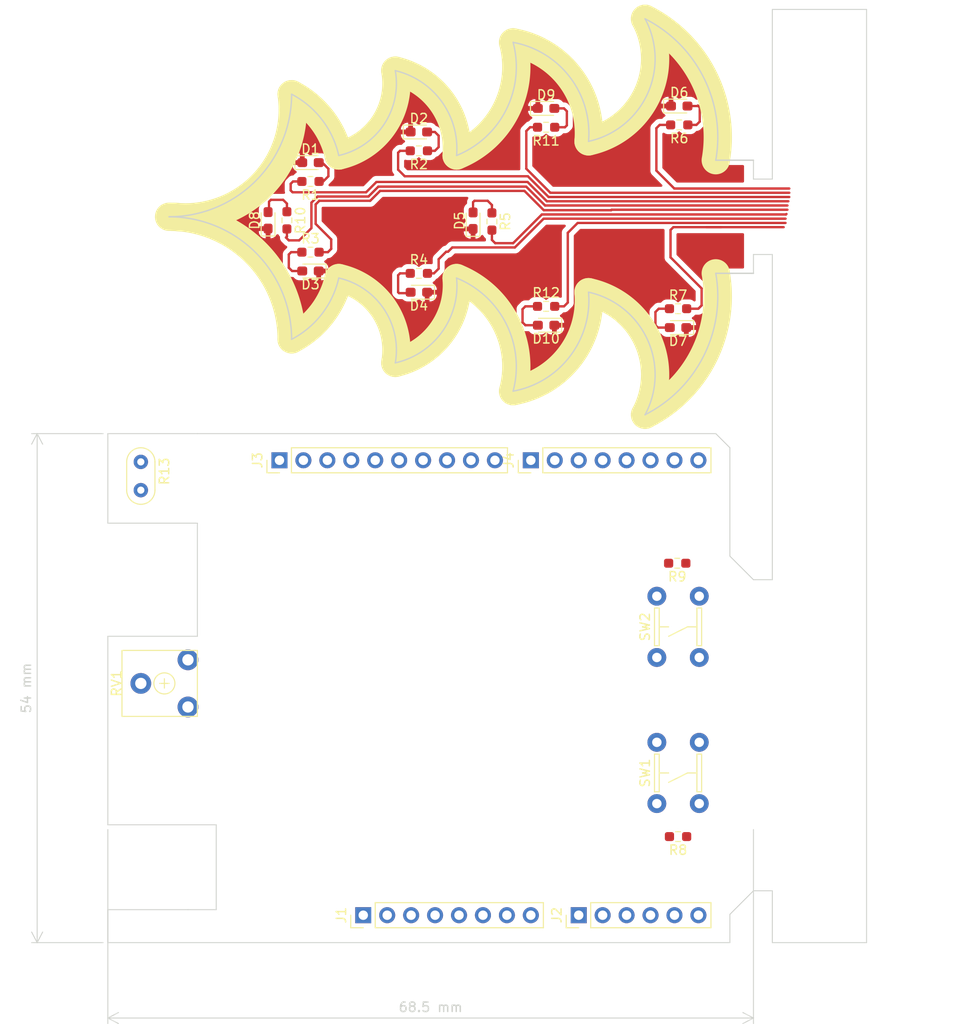
<source format=kicad_pcb>
(kicad_pcb (version 20211014) (generator pcbnew)
  (layers (0 "F.Cu" signal) (31 "B.Cu" signal) (34 "B.Paste" user) (35 "F.Paste" user) (36 "B.SilkS" user "B.Silkscreen") (37 "F.SilkS" user "F.Silkscreen") (38 "B.Mask" user) (39 "F.Mask" user) (44 "Edge.Cuts" user))
  (net 0 "")
  (net 1 "GND")
  (net 2 "Net-(D1-Pad2)")
  (net 3 "Net-(D2-Pad2)")
  (net 4 "Net-(D3-Pad2)")
  (net 5 "Net-(D4-Pad2)")
  (net 6 "Net-(D5-Pad2)")
  (net 7 "Net-(D6-Pad2)")
  (net 8 "+5V")
  (net 9 "Net-(D7-Pad2)")
  (net 10 "D04")
  (net 11 "D05")
  (net 12 "D06")
  (net 13 "D07")
  (net 14 "D08")
  (net 15 "D09")
  (net 16 "D10")
  (net 17 "Net-(D8-Pad2)")
  (net 18 "Net-(D9-Pad2)")
  (net 24 "Net-(D10-Pad2)")
  (net 25 "A0")
  (net 26 "A1")
  (net 35 "A2")
  (net 39 "D12")
  (net 40 "D11")
  (net 41 "D03")
  (footprint "Connector_PinHeader_2.54mm:PinHeader_1x10_P2.54mm_Vertical" (layer "F.Cu") (at 81.71 84.83 90)
    (fp_text reference "J3" (at 0 -2.33 90) (layer "F.SilkS"))
    (fp_text value "Conn_01x10")
    (fp_line (start -1.33 1.27) (end 1.33 1.27) (layer "F.SilkS") (width 0.12))
    (fp_line (start -1.33 24.19) (end 1.33 24.19) (layer "F.SilkS") (width 0.12))
    (fp_line (start -1.33 0) (end -1.33 -1.33) (layer "F.SilkS") (width 0.12))
    (fp_line (start -1.33 -1.33) (end 0 -1.33) (layer "F.SilkS") (width 0.12))
    (fp_line (start -1.33 1.27) (end -1.33 24.19) (layer "F.SilkS") (width 0.12))
    (fp_line (start 1.33 1.27) (end 1.33 24.19) (layer "F.SilkS") (width 0.12))
    (pad "1" thru_hole rect (at 0 0 90) (size 1.7 1.7) (drill 1) (layers *.Cu *.Mask))
    (pad "2" thru_hole oval (at 0 2.54 90) (size 1.7 1.7) (drill 1) (layers *.Cu *.Mask))
    (pad "3" thru_hole oval (at 0 5.08 90) (size 1.7 1.7) (drill 1) (layers *.Cu *.Mask))
    (pad "4" thru_hole oval (at 0 7.62 90) (size 1.7 1.7) (drill 1) (layers *.Cu *.Mask))
    (pad "5" thru_hole oval (at 0 10.16 90) (size 1.7 1.7) (drill 1) (layers *.Cu *.Mask))
    (pad "6" thru_hole oval (at 0 12.7 90) (size 1.7 1.7) (drill 1) (layers *.Cu *.Mask) (net 39 "D12"))
    (pad "7" thru_hole oval (at 0 15.24 90) (size 1.7 1.7) (drill 1) (layers *.Cu *.Mask) (net 40 "D11"))
    (pad "8" thru_hole oval (at 0 17.78 90) (size 1.7 1.7) (drill 1) (layers *.Cu *.Mask) (net 16 "D10"))
    (pad "9" thru_hole oval (at 0 20.32 90) (size 1.7 1.7) (drill 1) (layers *.Cu *.Mask) (net 15 "D09"))
    (pad "10" thru_hole oval (at 0 22.86 90) (size 1.7 1.7) (drill 1) (layers *.Cu *.Mask) (net 14 "D08"))
  )
  (footprint "Resistor_SMD:R_0603_1608Metric_Pad0.98x0.95mm_HandSolder" (layer "F.Cu") (at 85 55.25 180)
    (fp_text reference "R1" (at 0 -1.43) (layer "F.SilkS"))
    (fp_text value "300")
    (fp_line (start -0.254724 -0.5225) (end 0.254724 -0.5225) (layer "F.SilkS") (width 0.12))
    (fp_line (start -0.254724 0.5225) (end 0.254724 0.5225) (layer "F.SilkS") (width 0.12))
    (pad "1" smd roundrect (at -0.9125 0 180) (size 0.975 0.95) (layers "F.Cu" "F.Paste" "F.Mask") (net 2 "Net-(D1-Pad2)"))
    (pad "2" smd roundrect (at 0.9125 0 180) (size 0.975 0.95) (layers "F.Cu" "F.Paste" "F.Mask") (net 10 "D04"))
  )
  (footprint "1_lsk:Tact_Switch_ITS-1105" (layer "F.Cu") (at 124 102.5 90)
    (fp_text reference "SW2" (at 0 -3.5 90 unlocked) (layer "F.SilkS"))
    (fp_text value "SW_MEC_5E")
    (fp_line (start 0 -2) (end 0 -1) (layer "F.SilkS") (width 0.12))
    (fp_line (start 0 2) (end 0 1) (layer "F.SilkS") (width 0.12))
    (fp_line (start 0 1) (end -1 -1) (layer "F.SilkS") (width 0.12))
    (fp_rect (start -2 2.5) (end 2 2) (layer "F.SilkS") (width 0.12) (fill none))
    (fp_rect (start -2 -2.5) (end 2 -2) (layer "F.SilkS") (width 0.12) (fill none))
    (pad "1" thru_hole circle (at -3.25 -2.25 90) (size 2 2) (drill 1) (layers *.Cu *.Mask) (net 1 "GND"))
    (pad "2" thru_hole circle (at 3.25 -2.25 90) (size 2 2) (drill 1) (layers *.Cu *.Mask) (net 1 "GND"))
    (pad "3" thru_hole circle (at 3.25 2.25 90) (size 2 2) (drill 1) (layers *.Cu *.Mask) (net 35 "A2"))
    (pad "4" thru_hole circle (at -3.25 2.25 90) (size 2 2) (drill 1) (layers *.Cu *.Mask) (net 35 "A2"))
  )
  (footprint "1_lsk:R_POT_10k_VZ067TL7-10K" (layer "F.Cu") (at 69.5 108.5 90)
    (fp_text reference "RV1" (at 0 -5.08 90 unlocked) (layer "F.SilkS"))
    (fp_text value "Pot_10k")
    (fp_line (start 0 -0.5) (end 0 0.5) (layer "F.SilkS") (width 0.12))
    (fp_line (start -0.5 0) (end 0.5 0) (layer "F.SilkS") (width 0.12))
    (fp_rect (start -3.5 3.5) (end 3.5 -4.5) (layer "F.SilkS") (width 0.12) (fill none))
    (fp_circle (center 0 0) (end -0.5 -1) (layer "F.SilkS") (width 0.12) (fill none))
    (pad "1" thru_hole circle (at -2.5 2.5 90) (size 2.2 2.2) (drill 1.2) (layers *.Cu *.Mask) (net 25 "A0"))
    (pad "2" thru_hole circle (at 0 -2.5 90) (size 2.2 2.2) (drill 1.2) (layers *.Cu *.Mask) (net 25 "A0"))
    (pad "3" thru_hole circle (at 2.5 2.5 90) (size 2.2 2.2) (drill 1.2) (layers *.Cu *.Mask) (net 1 "GND"))
  )
  (footprint "1_lsk:Tact_Switch_ITS-1105" (layer "F.Cu") (at 124 118 90)
    (fp_text reference "SW1" (at 0 -3.5 90 unlocked) (layer "F.SilkS"))
    (fp_text value "SW_MEC_5E")
    (fp_line (start 0 2) (end 0 1) (layer "F.SilkS") (width 0.12))
    (fp_line (start 0 -2) (end 0 -1) (layer "F.SilkS") (width 0.12))
    (fp_line (start 0 1) (end -1 -1) (layer "F.SilkS") (width 0.12))
    (fp_rect (start -2 -2.5) (end 2 -2) (layer "F.SilkS") (width 0.12) (fill none))
    (fp_rect (start -2 2.5) (end 2 2) (layer "F.SilkS") (width 0.12) (fill none))
    (pad "1" thru_hole circle (at -3.25 -2.25 90) (size 2 2) (drill 1) (layers *.Cu *.Mask) (net 1 "GND"))
    (pad "2" thru_hole circle (at 3.25 -2.25 90) (size 2 2) (drill 1) (layers *.Cu *.Mask) (net 1 "GND"))
    (pad "3" thru_hole circle (at 3.25 2.25 90) (size 2 2) (drill 1) (layers *.Cu *.Mask) (net 26 "A1"))
    (pad "4" thru_hole circle (at -3.25 2.25 90) (size 2 2) (drill 1) (layers *.Cu *.Mask) (net 26 "A1"))
  )
  (footprint "Resistor_SMD:R_0603_1608Metric_Pad0.98x0.95mm_HandSolder" (layer "F.Cu") (at 82.5 59.375 -90)
    (fp_text reference "R10" (at 0 -1.43 90) (layer "F.SilkS"))
    (fp_text value "300")
    (fp_line (start -0.254724 0.5225) (end 0.254724 0.5225) (layer "F.SilkS") (width 0.12))
    (fp_line (start -0.254724 -0.5225) (end 0.254724 -0.5225) (layer "F.SilkS") (width 0.12))
    (pad "1" smd roundrect (at -0.9125 0 270) (size 0.975 0.95) (layers "F.Cu" "F.Paste" "F.Mask") (net 17 "Net-(D8-Pad2)"))
    (pad "2" smd roundrect (at 0.9125 0 270) (size 0.975 0.95) (layers "F.Cu" "F.Paste" "F.Mask") (net 41 "D03"))
  )
  (footprint "LED_SMD:LED_0603_1608Metric_Pad1.05x0.95mm_HandSolder" (layer "F.Cu") (at 80.5 59.375 90)
    (fp_text reference "D8" (at 0 -1.43 90) (layer "F.SilkS"))
    (fp_text value "LED_R")
    (fp_line (start -1.66 -0.735) (end -1.66 0.735) (layer "F.SilkS") (width 0.12))
    (fp_line (start 0.8 -0.735) (end -1.66 -0.735) (layer "F.SilkS") (width 0.12))
    (fp_line (start -1.66 0.735) (end 0.8 0.735) (layer "F.SilkS") (width 0.12))
    (pad "1" smd roundrect (at -0.875 0 90) (size 1.05 0.95) (layers "F.Cu" "F.Paste" "F.Mask") (net 1 "GND"))
    (pad "2" smd roundrect (at 0.875 0 90) (size 1.05 0.95) (layers "F.Cu" "F.Paste" "F.Mask") (net 17 "Net-(D8-Pad2)"))
  )
  (footprint "LED_SMD:LED_0603_1608Metric_Pad1.05x0.95mm_HandSolder" (layer "F.Cu") (at 124.125 47.25)
    (fp_text reference "D6" (at 0 -1.43) (layer "F.SilkS"))
    (fp_text value "LED_W")
    (fp_line (start -1.66 -0.735) (end -1.66 0.735) (layer "F.SilkS") (width 0.12))
    (fp_line (start -1.66 0.735) (end 0.8 0.735) (layer "F.SilkS") (width 0.12))
    (fp_line (start 0.8 -0.735) (end -1.66 -0.735) (layer "F.SilkS") (width 0.12))
    (pad "1" smd roundrect (at -0.875 0) (size 1.05 0.95) (layers "F.Cu" "F.Paste" "F.Mask") (net 1 "GND"))
    (pad "2" smd roundrect (at 0.875 0) (size 1.05 0.95) (layers "F.Cu" "F.Paste" "F.Mask") (net 7 "Net-(D6-Pad2)"))
  )
  (footprint "LED_SMD:LED_0603_1608Metric_Pad1.05x0.95mm_HandSolder" (layer "F.Cu") (at 96.5 50)
    (fp_text reference "D2" (at 0 -1.43) (layer "F.SilkS"))
    (fp_text value "LED_R")
    (fp_line (start 0.8 -0.735) (end -1.66 -0.735) (layer "F.SilkS") (width 0.12))
    (fp_line (start -1.66 0.735) (end 0.8 0.735) (layer "F.SilkS") (width 0.12))
    (fp_line (start -1.66 -0.735) (end -1.66 0.735) (layer "F.SilkS") (width 0.12))
    (pad "1" smd roundrect (at -0.875 0) (size 1.05 0.95) (layers "F.Cu" "F.Paste" "F.Mask") (net 1 "GND"))
    (pad "2" smd roundrect (at 0.875 0) (size 1.05 0.95) (layers "F.Cu" "F.Paste" "F.Mask") (net 3 "Net-(D2-Pad2)"))
  )
  (footprint "LED_SMD:LED_0603_1608Metric_Pad1.05x0.95mm_HandSolder" (layer "F.Cu") (at 110 47.5)
    (fp_text reference "D9" (at 0 -1.43) (layer "F.SilkS"))
    (fp_text value "LED_W")
    (fp_line (start -1.66 0.735) (end 0.8 0.735) (layer "F.SilkS") (width 0.12))
    (fp_line (start -1.66 -0.735) (end -1.66 0.735) (layer "F.SilkS") (width 0.12))
    (fp_line (start 0.8 -0.735) (end -1.66 -0.735) (layer "F.SilkS") (width 0.12))
    (pad "1" smd roundrect (at -0.875 0) (size 1.05 0.95) (layers "F.Cu" "F.Paste" "F.Mask") (net 1 "GND"))
    (pad "2" smd roundrect (at 0.875 0) (size 1.05 0.95) (layers "F.Cu" "F.Paste" "F.Mask") (net 18 "Net-(D9-Pad2)"))
  )
  (footprint "Resistor_SMD:R_0603_1608Metric_Pad0.98x0.95mm_HandSolder" (layer "F.Cu") (at 96.5 52 180)
    (fp_text reference "R2" (at 0 -1.43) (layer "F.SilkS"))
    (fp_text value "300")
    (fp_line (start -0.254724 0.5225) (end 0.254724 0.5225) (layer "F.SilkS") (width 0.12))
    (fp_line (start -0.254724 -0.5225) (end 0.254724 -0.5225) (layer "F.SilkS") (width 0.12))
    (pad "1" smd roundrect (at -0.9125 0 180) (size 0.975 0.95) (layers "F.Cu" "F.Paste" "F.Mask") (net 3 "Net-(D2-Pad2)"))
    (pad "2" smd roundrect (at 0.9125 0 180) (size 0.975 0.95) (layers "F.Cu" "F.Paste" "F.Mask") (net 11 "D05"))
  )
  (footprint "Resistor_SMD:R_0603_1608Metric_Pad0.98x0.95mm_HandSolder" (layer "F.Cu") (at 124.125 49.25 180)
    (fp_text reference "R6" (at 0 -1.43) (layer "F.SilkS"))
    (fp_text value "300")
    (fp_line (start -0.254724 0.5225) (end 0.254724 0.5225) (layer "F.SilkS") (width 0.12))
    (fp_line (start -0.254724 -0.5225) (end 0.254724 -0.5225) (layer "F.SilkS") (width 0.12))
    (pad "1" smd roundrect (at -0.9125 0 180) (size 0.975 0.95) (layers "F.Cu" "F.Paste" "F.Mask") (net 7 "Net-(D6-Pad2)"))
    (pad "2" smd roundrect (at 0.9125 0 180) (size 0.975 0.95) (layers "F.Cu" "F.Paste" "F.Mask") (net 15 "D09"))
  )
  (footprint "LED_SMD:LED_0603_1608Metric_Pad1.05x0.95mm_HandSolder" (layer "F.Cu") (at 124 70.75 180)
    (fp_text reference "D7" (at 0 -1.43) (layer "F.SilkS"))
    (fp_text value "LED_W")
    (fp_line (start 0.8 -0.735) (end -1.66 -0.735) (layer "F.SilkS") (width 0.12))
    (fp_line (start -1.66 0.735) (end 0.8 0.735) (layer "F.SilkS") (width 0.12))
    (fp_line (start -1.66 -0.735) (end -1.66 0.735) (layer "F.SilkS") (width 0.12))
    (pad "1" smd roundrect (at -0.875 0 180) (size 1.05 0.95) (layers "F.Cu" "F.Paste" "F.Mask") (net 1 "GND"))
    (pad "2" smd roundrect (at 0.875 0 180) (size 1.05 0.95) (layers "F.Cu" "F.Paste" "F.Mask") (net 9 "Net-(D7-Pad2)"))
  )
  (footprint "Connector_PinHeader_2.54mm:PinHeader_1x08_P2.54mm_Vertical" (layer "F.Cu") (at 90.6 133.09 90)
    (fp_text reference "J1" (at 0 -2.33 90) (layer "F.SilkS"))
    (fp_text value "Conn_01x08")
    (fp_line (start -1.33 1.27) (end 1.33 1.27) (layer "F.SilkS") (width 0.12))
    (fp_line (start -1.33 1.27) (end -1.33 19.11) (layer "F.SilkS") (width 0.12))
    (fp_line (start -1.33 0) (end -1.33 -1.33) (layer "F.SilkS") (width 0.12))
    (fp_line (start -1.33 -1.33) (end 0 -1.33) (layer "F.SilkS") (width 0.12))
    (fp_line (start 1.33 1.27) (end 1.33 19.11) (layer "F.SilkS") (width 0.12))
    (fp_line (start -1.33 19.11) (end 1.33 19.11) (layer "F.SilkS") (width 0.12))
    (pad "1" thru_hole rect (at 0 0 90) (size 1.7 1.7) (drill 1) (layers *.Cu *.Mask))
    (pad "2" thru_hole oval (at 0 2.54 90) (size 1.7 1.7) (drill 1) (layers *.Cu *.Mask))
    (pad "3" thru_hole oval (at 0 5.08 90) (size 1.7 1.7) (drill 1) (layers *.Cu *.Mask))
    (pad "4" thru_hole oval (at 0 7.62 90) (size 1.7 1.7) (drill 1) (layers *.Cu *.Mask))
    (pad "5" thru_hole oval (at 0 10.16 90) (size 1.7 1.7) (drill 1) (layers *.Cu *.Mask) (net 8 "+5V"))
    (pad "6" thru_hole oval (at 0 12.7 90) (size 1.7 1.7) (drill 1) (layers *.Cu *.Mask) (net 1 "GND"))
    (pad "7" thru_hole oval (at 0 15.24 90) (size 1.7 1.7) (drill 1) (layers *.Cu *.Mask) (net 1 "GND"))
    (pad "8" thru_hole oval (at 0 17.78 90) (size 1.7 1.7) (drill 1) (layers *.Cu *.Mask))
  )
  (footprint "Resistor_SMD:R_0603_1608Metric_Pad0.98x0.95mm_HandSolder" (layer "F.Cu") (at 123.9125 95.75 180)
    (fp_text reference "R9" (at 0 -1.43) (layer "F.SilkS"))
    (fp_text value "10k")
    (fp_line (start -0.254724 -0.5225) (end 0.254724 -0.5225) (layer "F.SilkS") (width 0.12))
    (fp_line (start -0.254724 0.5225) (end 0.254724 0.5225) (layer "F.SilkS") (width 0.12))
    (pad "1" smd roundrect (at -0.9125 0 180) (size 0.975 0.95) (layers "F.Cu" "F.Paste" "F.Mask") (net 35 "A2"))
    (pad "2" smd roundrect (at 0.9125 0 180) (size 0.975 0.95) (layers "F.Cu" "F.Paste" "F.Mask") (net 8 "+5V"))
  )
  (footprint "LED_SMD:LED_0603_1608Metric_Pad1.05x0.95mm_HandSolder" (layer "F.Cu") (at 102.25 59.4125 90)
    (fp_text reference "D5" (at 0 -1.43 90) (layer "F.SilkS"))
    (fp_text value "LED_G")
    (fp_line (start 0.8 -0.735) (end -1.66 -0.735) (layer "F.SilkS") (width 0.12))
    (fp_line (start -1.66 0.735) (end 0.8 0.735) (layer "F.SilkS") (width 0.12))
    (fp_line (start -1.66 -0.735) (end -1.66 0.735) (layer "F.SilkS") (width 0.12))
    (pad "1" smd roundrect (at -0.875 0 90) (size 1.05 0.95) (layers "F.Cu" "F.Paste" "F.Mask") (net 1 "GND"))
    (pad "2" smd roundrect (at 0.875 0 90) (size 1.05 0.95) (layers "F.Cu" "F.Paste" "F.Mask") (net 6 "Net-(D5-Pad2)"))
  )
  (footprint "Resistor_SMD:R_0603_1608Metric_Pad0.98x0.95mm_HandSolder" (layer "F.Cu") (at 96.5 65)
    (fp_text reference "R4" (at 0 -1.43) (layer "F.SilkS"))
    (fp_text value "300")
    (fp_line (start -0.254724 -0.5225) (end 0.254724 -0.5225) (layer "F.SilkS") (width 0.12))
    (fp_line (start -0.254724 0.5225) (end 0.254724 0.5225) (layer "F.SilkS") (width 0.12))
    (pad "1" smd roundrect (at -0.9125 0) (size 0.975 0.95) (layers "F.Cu" "F.Paste" "F.Mask") (net 5 "Net-(D4-Pad2)"))
    (pad "2" smd roundrect (at 0.9125 0) (size 0.975 0.95) (layers "F.Cu" "F.Paste" "F.Mask") (net 13 "D07"))
  )
  (footprint "LED_SMD:LED_0603_1608Metric_Pad1.05x0.95mm_HandSolder" (layer "F.Cu") (at 85 53.25)
    (fp_text reference "D1" (at 0 -1.43) (layer "F.SilkS"))
    (fp_text value "LED_R")
    (fp_line (start 0.8 -0.735) (end -1.66 -0.735) (layer "F.SilkS") (width 0.12))
    (fp_line (start -1.66 -0.735) (end -1.66 0.735) (layer "F.SilkS") (width 0.12))
    (fp_line (start -1.66 0.735) (end 0.8 0.735) (layer "F.SilkS") (width 0.12))
    (pad "1" smd roundrect (at -0.875 0) (size 1.05 0.95) (layers "F.Cu" "F.Paste" "F.Mask") (net 1 "GND"))
    (pad "2" smd roundrect (at 0.875 0) (size 1.05 0.95) (layers "F.Cu" "F.Paste" "F.Mask") (net 2 "Net-(D1-Pad2)"))
  )
  (footprint "Resistor_SMD:R_0603_1608Metric_Pad0.98x0.95mm_HandSolder" (layer "F.Cu") (at 110 68.5)
    (fp_text reference "R12" (at 0 -1.43) (layer "F.SilkS"))
    (fp_text value "300")
    (fp_line (start -0.254724 -0.5225) (end 0.254724 -0.5225) (layer "F.SilkS") (width 0.12))
    (fp_line (start -0.254724 0.5225) (end 0.254724 0.5225) (layer "F.SilkS") (width 0.12))
    (pad "1" smd roundrect (at -0.9125 0) (size 0.975 0.95) (layers "F.Cu" "F.Paste" "F.Mask") (net 24 "Net-(D10-Pad2)"))
    (pad "2" smd roundrect (at 0.9125 0) (size 0.975 0.95) (layers "F.Cu" "F.Paste" "F.Mask") (net 39 "D12"))
  )
  (footprint "Connector_PinHeader_2.54mm:PinHeader_1x06_P2.54mm_Vertical" (layer "F.Cu") (at 113.46 133.09 90)
    (fp_text reference "J2" (at 0 -2.33 90) (layer "F.SilkS"))
    (fp_text value "Conn_01x06")
    (fp_line (start -1.33 1.27) (end -1.33 14.03) (layer "F.SilkS") (width 0.12))
    (fp_line (start -1.33 0) (end -1.33 -1.33) (layer "F.SilkS") (width 0.12))
    (fp_line (start -1.33 1.27) (end 1.33 1.27) (layer "F.SilkS") (width 0.12))
    (fp_line (start -1.33 -1.33) (end 0 -1.33) (layer "F.SilkS") (width 0.12))
    (fp_line (start -1.33 14.03) (end 1.33 14.03) (layer "F.SilkS") (width 0.12))
    (fp_line (start 1.33 1.27) (end 1.33 14.03) (layer "F.SilkS") (width 0.12))
    (pad "1" thru_hole rect (at 0 0 90) (size 1.7 1.7) (drill 1) (layers *.Cu *.Mask) (net 25 "A0"))
    (pad "2" thru_hole oval (at 0 2.54 90) (size 1.7 1.7) (drill 1) (layers *.Cu *.Mask) (net 26 "A1"))
    (pad "3" thru_hole oval (at 0 5.08 90) (size 1.7 1.7) (drill 1) (layers *.Cu *.Mask) (net 35 "A2"))
    (pad "4" thru_hole oval (at 0 7.62 90) (size 1.7 1.7) (drill 1) (layers *.Cu *.Mask))
    (pad "5" thru_hole oval (at 0 10.16 90) (size 1.7 1.7) (drill 1) (layers *.Cu *.Mask))
    (pad "6" thru_hole oval (at 0 12.7 90) (size 1.7 1.7) (drill 1) (layers *.Cu *.Mask))
  )
  (footprint "Resistor_SMD:R_0603_1608Metric_Pad0.98x0.95mm_HandSolder" (layer "F.Cu") (at 124 124.75 180)
    (fp_text reference "R8" (at 0 -1.43) (layer "F.SilkS"))
    (fp_text value "10k")
    (fp_line (start -0.254724 0.5225) (end 0.254724 0.5225) (layer "F.SilkS") (width 0.12))
    (fp_line (start -0.254724 -0.5225) (end 0.254724 -0.5225) (layer "F.SilkS") (width 0.12))
    (pad "1" smd roundrect (at -0.9125 0 180) (size 0.975 0.95) (layers "F.Cu" "F.Paste" "F.Mask") (net 26 "A1"))
    (pad "2" smd roundrect (at 0.9125 0 180) (size 0.975 0.95) (layers "F.Cu" "F.Paste" "F.Mask") (net 8 "+5V"))
  )
  (footprint "Resistor_SMD:R_0603_1608Metric_Pad0.98x0.95mm_HandSolder" (layer "F.Cu") (at 85 62.75)
    (fp_text reference "R3" (at 0 -1.43) (layer "F.SilkS"))
    (fp_text value "300")
    (fp_line (start -0.254724 0.5225) (end 0.254724 0.5225) (layer "F.SilkS") (width 0.12))
    (fp_line (start -0.254724 -0.5225) (end 0.254724 -0.5225) (layer "F.SilkS") (width 0.12))
    (pad "1" smd roundrect (at -0.9125 0) (size 0.975 0.95) (layers "F.Cu" "F.Paste" "F.Mask") (net 4 "Net-(D3-Pad2)"))
    (pad "2" smd roundrect (at 0.9125 0) (size 0.975 0.95) (layers "F.Cu" "F.Paste" "F.Mask") (net 12 "D06"))
  )
  (footprint "LED_SMD:LED_0603_1608Metric_Pad1.05x0.95mm_HandSolder" (layer "F.Cu") (at 96.5 67 180)
    (fp_text reference "D4" (at 0 -1.43) (layer "F.SilkS"))
    (fp_text value "LED_G")
    (fp_line (start 0.8 -0.735) (end -1.66 -0.735) (layer "F.SilkS") (width 0.12))
    (fp_line (start -1.66 -0.735) (end -1.66 0.735) (layer "F.SilkS") (width 0.12))
    (fp_line (start -1.66 0.735) (end 0.8 0.735) (layer "F.SilkS") (width 0.12))
    (pad "1" smd roundrect (at -0.875 0 180) (size 1.05 0.95) (layers "F.Cu" "F.Paste" "F.Mask") (net 1 "GND"))
    (pad "2" smd roundrect (at 0.875 0 180) (size 1.05 0.95) (layers "F.Cu" "F.Paste" "F.Mask") (net 5 "Net-(D4-Pad2)"))
  )
  (footprint "Connector_PinHeader_2.54mm:PinHeader_1x08_P2.54mm_Vertical" (layer "F.Cu") (at 108.38 84.83 90)
    (fp_text reference "J4" (at 0 -2.33 90) (layer "F.SilkS"))
    (fp_text value "Conn_01x08")
    (fp_line (start -1.33 1.27) (end -1.33 19.11) (layer "F.SilkS") (width 0.12))
    (fp_line (start -1.33 1.27) (end 1.33 1.27) (layer "F.SilkS") (width 0.12))
    (fp_line (start 1.33 1.27) (end 1.33 19.11) (layer "F.SilkS") (width 0.12))
    (fp_line (start -1.33 -1.33) (end 0 -1.33) (layer "F.SilkS") (width 0.12))
    (fp_line (start -1.33 0) (end -1.33 -1.33) (layer "F.SilkS") (width 0.12))
    (fp_line (start -1.33 19.11) (end 1.33 19.11) (layer "F.SilkS") (width 0.12))
    (pad "1" thru_hole rect (at 0 0 90) (size 1.7 1.7) (drill 1) (layers *.Cu *.Mask) (net 13 "D07"))
    (pad "2" thru_hole oval (at 0 2.54 90) (size 1.7 1.7) (drill 1) (layers *.Cu *.Mask) (net 12 "D06"))
    (pad "3" thru_hole oval (at 0 5.08 90) (size 1.7 1.7) (drill 1) (layers *.Cu *.Mask) (net 11 "D05"))
    (pad "4" thru_hole oval (at 0 7.62 90) (size 1.7 1.7) (drill 1) (layers *.Cu *.Mask) (net 10 "D04"))
    (pad "5" thru_hole oval (at 0 10.16 90) (size 1.7 1.7) (drill 1) (layers *.Cu *.Mask) (net 41 "D03"))
    (pad "6" thru_hole oval (at 0 12.7 90) (size 1.7 1.7) (drill 1) (layers *.Cu *.Mask))
    (pad "7" thru_hole oval (at 0 15.24 90) (size 1.7 1.7) (drill 1) (layers *.Cu *.Mask))
    (pad "8" thru_hole oval (at 0 17.78 90) (size 1.7 1.7) (drill 1) (layers *.Cu *.Mask))
  )
  (footprint "1_lsk:CDS_s" (layer "F.Cu") (at 67 86.5 90)
    (fp_text reference "R13" (at 0.5 2.5 90 unlocked) (layer "F.SilkS"))
    (fp_text value "CDS_s")
    (fp_line (start 1.5 -1.5) (end -1.5 -1.5) (layer "F.SilkS") (width 0.12))
    (fp_line (start -1.5 1.5) (end 1.5 1.5) (layer "F.SilkS") (width 0.12))
    (fp_arc (start 1.5 -1.5) (mid 3 0) (end 1.5 1.5) (layer "F.SilkS") (width 0.12))
    (fp_arc (start -1.5 1.5) (mid -3 0) (end -1.5 -1.5) (layer "F.SilkS") (width 0.12))
    (pad "1" thru_hole circle (at -1.5 0 90) (size 1.524 1.524) (drill 0.762) (layers *.Cu *.Mask) (net 8 "+5V"))
    (pad "2" thru_hole circle (at 1.5 0 90) (size 1.524 1.524) (drill 0.762) (layers *.Cu *.Mask) (net 25 "A0"))
  )
  (footprint "LED_SMD:LED_0603_1608Metric_Pad1.05x0.95mm_HandSolder" (layer "F.Cu") (at 85 64.75 180)
    (fp_text reference "D3" (at 0 -1.43) (layer "F.SilkS"))
    (fp_text value "LED_G")
    (fp_line (start 0.8 -0.735) (end -1.66 -0.735) (layer "F.SilkS") (width 0.12))
    (fp_line (start -1.66 0.735) (end 0.8 0.735) (layer "F.SilkS") (width 0.12))
    (fp_line (start -1.66 -0.735) (end -1.66 0.735) (layer "F.SilkS") (width 0.12))
    (pad "1" smd roundrect (at -0.875 0 180) (size 1.05 0.95) (layers "F.Cu" "F.Paste" "F.Mask") (net 1 "GND"))
    (pad "2" smd roundrect (at 0.875 0 180) (size 1.05 0.95) (layers "F.Cu" "F.Paste" "F.Mask") (net 4 "Net-(D3-Pad2)"))
  )
  (footprint "Resistor_SMD:R_0603_1608Metric_Pad0.98x0.95mm_HandSolder" (layer "F.Cu") (at 110 49.5 180)
    (fp_text reference "R11" (at 0 -1.43) (layer "F.SilkS"))
    (fp_text value "300")
    (fp_line (start -0.254724 -0.5225) (end 0.254724 -0.5225) (layer "F.SilkS") (width 0.12))
    (fp_line (start -0.254724 0.5225) (end 0.254724 0.5225) (layer "F.SilkS") (width 0.12))
    (pad "1" smd roundrect (at -0.9125 0 180) (size 0.975 0.95) (layers "F.Cu" "F.Paste" "F.Mask") (net 18 "Net-(D9-Pad2)"))
    (pad "2" smd roundrect (at 0.9125 0 180) (size 0.975 0.95) (layers "F.Cu" "F.Paste" "F.Mask") (net 40 "D11"))
  )
  (footprint "Resistor_SMD:R_0603_1608Metric_Pad0.98x0.95mm_HandSolder" (layer "F.Cu") (at 104.25 59.5 -90)
    (fp_text reference "R5" (at 0 -1.43 90) (layer "F.SilkS"))
    (fp_text value "300")
    (fp_line (start -0.254724 -0.5225) (end 0.254724 -0.5225) (layer "F.SilkS") (width 0.12))
    (fp_line (start -0.254724 0.5225) (end 0.254724 0.5225) (layer "F.SilkS") (width 0.12))
    (pad "1" smd roundrect (at -0.9125 0 270) (size 0.975 0.95) (layers "F.Cu" "F.Paste" "F.Mask") (net 6 "Net-(D5-Pad2)"))
    (pad "2" smd roundrect (at 0.9125 0 270) (size 0.975 0.95) (layers "F.Cu" "F.Paste" "F.Mask") (net 14 "D08"))
  )
  (footprint "Resistor_SMD:R_0603_1608Metric_Pad0.98x0.95mm_HandSolder" (layer "F.Cu") (at 124 68.75)
    (fp_text reference "R7" (at 0 -1.43) (layer "F.SilkS"))
    (fp_text value "300")
    (fp_line (start -0.254724 0.5225) (end 0.254724 0.5225) (layer "F.SilkS") (width 0.12))
    (fp_line (start -0.254724 -0.5225) (end 0.254724 -0.5225) (layer "F.SilkS") (width 0.12))
    (pad "1" smd roundrect (at -0.9125 0) (size 0.975 0.95) (layers "F.Cu" "F.Paste" "F.Mask") (net 9 "Net-(D7-Pad2)"))
    (pad "2" smd roundrect (at 0.9125 0) (size 0.975 0.95) (layers "F.Cu" "F.Paste" "F.Mask") (net 16 "D10"))
  )
  (footprint "LED_SMD:LED_0603_1608Metric_Pad1.05x0.95mm_HandSolder" (layer "F.Cu") (at 110 70.5 180)
    (fp_text reference "D10" (at 0 -1.43) (layer "F.SilkS"))
    (fp_text value "LED_W")
    (fp_line (start 0.8 -0.735) (end -1.66 -0.735) (layer "F.SilkS") (width 0.12))
    (fp_line (start -1.66 0.735) (end 0.8 0.735) (layer "F.SilkS") (width 0.12))
    (fp_line (start -1.66 -0.735) (end -1.66 0.735) (layer "F.SilkS") (width 0.12))
    (pad "1" smd roundrect (at -0.875 0 180) (size 1.05 0.95) (layers "F.Cu" "F.Paste" "F.Mask") (net 1 "GND"))
    (pad "2" smd roundrect (at 0.875 0 180) (size 1.05 0.95) (layers "F.Cu" "F.Paste" "F.Mask") (net 24 "Net-(D10-Pad2)"))
  )
  (gr_arc (start 120.5 37.996169) (mid 126.730388 44.255975) (end 128 52.996169) (layer "F.SilkS") (width 3))
  (gr_arc (start 88 65.496169) (mid 86.21902 69.299261) (end 83 71.996169) (layer "F.SilkS") (width 3))
  (gr_arc (start 106.5 40.496169) (mid 112.533706 44.196679) (end 114.5 50.996169) (layer "F.SilkS") (width 3))
  (gr_arc (start 70 58.996169) (mid 79.192388 62.803781) (end 83 71.996169) (layer "F.SilkS") (width 3))
  (gr_arc (start 83 45.996169) (mid 79.928223 55.553167) (end 70.5 59) (layer "F.SilkS") (width 3))
  (gr_arc (start 100.5 65.496169) (mid 105.770204 70.361067) (end 106.5 77.496169) (layer "F.SilkS") (width 3))
  (gr_arc (start 83 45.996169) (mid 86.21902 48.693077) (end 88 52.496169) (layer "F.SilkS") (width 3))
  (gr_arc (start 106.5 40.496169) (mid 105.770203 47.63127) (end 100.5 52.496169) (layer "F.SilkS") (width 3))
  (gr_arc (start 88 65.496169) (mid 92.802149 68.794736) (end 94 74.496169) (layer "F.SilkS") (width 3))
  (gr_arc (start 128 64.996169) (mid 126.730388 73.736363) (end 120.5 79.996169) (layer "F.SilkS") (width 3))
  (gr_arc (start 114.5 66.996169) (mid 112.533706 73.795659) (end 106.5 77.496169) (layer "F.SilkS") (width 3))
  (gr_arc (start 94 43.496169) (mid 98.928007 46.784275) (end 100.5 52.496169) (layer "F.SilkS") (width 3))
  (gr_arc (start 120.5 37.996169) (mid 120.740781 45.991914) (end 114.5 50.996169) (layer "F.SilkS") (width 3))
  (gr_arc (start 100.5 65.496169) (mid 98.928006 71.208062) (end 94 74.496169) (layer "F.SilkS") (width 3))
  (gr_arc (start 114.5 66.996169) (mid 120.740781 72.000424) (end 120.5 79.996169) (layer "F.SilkS") (width 3))
  (gr_arc (start 94 43.496169) (mid 92.80215 49.197602) (end 88 52.496169) (layer "F.SilkS") (width 3))
  (gr_line (start 132 52.996169) (end 132 55) (layer "Edge.Cuts") (width 0.1))
  (gr_arc (start 114.5 66.996169) (mid 120.740781 72.000424) (end 120.5 79.996169) (layer "Edge.Cuts") (width 0.15))
  (gr_arc (start 128 64.996169) (mid 126.730388 73.736363) (end 120.5 79.996169) (layer "Edge.Cuts") (width 0.15))
  (gr_line (start 132 130.5) (end 129.5 133) (layer "Edge.Cuts") (width 0.1))
  (gr_arc (start 106.5 40.496169) (mid 105.770203 47.63127) (end 100.5 52.496169) (layer "Edge.Cuts") (width 0.15))
  (gr_line (start 132 63) (end 134 63) (layer "Edge.Cuts") (width 0.1))
  (gr_arc (start 114.5 66.996169) (mid 112.533706 73.795659) (end 106.5 77.496169) (layer "Edge.Cuts") (width 0.15))
  (gr_line (start 73 103.5) (end 73 91.5) (layer "Edge.Cuts") (width 0.1))
  (gr_line (start 129.5 95) (end 132 97.5) (layer "Edge.Cuts") (width 0.1))
  (gr_line (start 144 136) (end 134 136) (layer "Edge.Cuts") (width 0.1))
  (gr_line (start 63.5 91.5) (end 72 91.5) (layer "Edge.Cuts") (width 0.1))
  (gr_line (start 134 63) (end 134 97.5) (layer "Edge.Cuts") (width 0.1))
  (gr_line (start 75 123.5) (end 63.5 123.5) (layer "Edge.Cuts") (width 0.1))
  (gr_line (start 63.5 82) (end 73 82) (layer "Edge.Cuts") (width 0.1))
  (gr_arc (start 100.5 65.496169) (mid 105.770204 70.361067) (end 106.5 77.496169) (layer "Edge.Cuts") (width 0.15))
  (gr_arc (start 88 65.496169) (mid 92.802149 68.794736) (end 94 74.496169) (layer "Edge.Cuts") (width 0.15))
  (gr_arc (start 94 43.496169) (mid 98.928007 46.784275) (end 100.5 52.496169) (layer "Edge.Cuts") (width 0.15))
  (gr_line (start 63.5 103.5) (end 73 103.5) (layer "Edge.Cuts") (width 0.1))
  (gr_line (start 63.5 136) (end 63.5 132.5) (layer "Edge.Cuts") (width 0.1))
  (gr_arc (start 70 58.996169) (mid 79.192388 62.803781) (end 83 71.996169) (layer "Edge.Cuts") (width 0.15))
  (gr_line (start 72 91.5) (end 73 91.5) (layer "Edge.Cuts") (width 0.1))
  (gr_line (start 134 97.5) (end 132 97.5) (layer "Edge.Cuts") (width 0.1))
  (gr_line (start 128 82) (end 129.5 83.5) (layer "Edge.Cuts") (width 0.1))
  (gr_arc (start 120.5 37.996169) (mid 120.740781 45.991914) (end 114.5 50.996169) (layer "Edge.Cuts") (width 0.15))
  (gr_line (start 63.5 123.5) (end 63.5 103.5) (layer "Edge.Cuts") (width 0.1))
  (gr_line (start 75 132.5) (end 75 123.5) (layer "Edge.Cuts") (width 0.1))
  (gr_line (start 134 55) (end 134 37) (layer "Edge.Cuts") (width 0.1))
  (gr_arc (start 83 45.996169) (mid 86.21902 48.693077) (end 88 52.496169) (layer "Edge.Cuts") (width 0.15))
  (gr_line (start 129.5 83.5) (end 129.5 95) (layer "Edge.Cuts") (width 0.1))
  (gr_arc (start 94 43.496169) (mid 92.80215 49.197602) (end 88 52.496169) (layer "Edge.Cuts") (width 0.15))
  (gr_line (start 144 37) (end 144 136) (layer "Edge.Cuts") (width 0.1))
  (gr_arc (start 100.5 65.496169) (mid 98.952652 71.225862) (end 94 74.496169) (layer "Edge.Cuts") (width 0.15))
  (gr_line (start 129.5 136) (end 63.5 136) (layer "Edge.Cuts") (width 0.1))
  (gr_line (start 63.5 132.5) (end 72 132.5) (layer "Edge.Cuts") (width 0.1))
  (gr_line (start 134 130.5) (end 132 130.5) (layer "Edge.Cuts") (width 0.1))
  (gr_arc (start 106.5 40.496169) (mid 112.533706 44.196679) (end 114.5 50.996169) (layer "Edge.Cuts") (width 0.15))
  (gr_line (start 72 132.5) (end 75 132.5) (layer "Edge.Cuts") (width 0.1))
  (gr_line (start 134 136) (end 134 130.5) (layer "Edge.Cuts") (width 0.1))
  (gr_line (start 129.5 133) (end 129.5 136) (layer "Edge.Cuts") (width 0.1))
  (gr_line (start 128 64.996169) (end 132 64.996169) (layer "Edge.Cuts") (width 0.15))
  (gr_arc (start 88 65.496169) (mid 86.21902 69.299261) (end 83 71.996169) (layer "Edge.Cuts") (width 0.15))
  (gr_line (start 132 64.996169) (end 132 63) (layer "Edge.Cuts") (width 0.1))
  (gr_arc (start 83 45.996169) (mid 79.192388 55.188557) (end 70 58.996169) (layer "Edge.Cuts") (width 0.15))
  (gr_arc (start 120.5 37.996169) (mid 126.730388 44.255975) (end 128 52.996169) (layer "Edge.Cuts") (width 0.15))
  (gr_line (start 132 52.996169) (end 128 52.996169) (layer "Edge.Cuts") (width 0.15))
  (gr_line (start 132 55) (end 134 55) (layer "Edge.Cuts") (width 0.1))
  (gr_line (start 134 37) (end 144 37) (layer "Edge.Cuts") (width 0.1))
  (gr_line (start 63.5 91.5) (end 63.5 82) (layer "Edge.Cuts") (width 0.1))
  (gr_line (start 73 82) (end 128 82) (layer "Edge.Cuts") (width 0.1))
  (dimension (type aligned) (layer "Edge.Cuts") (pts (xy 63.5 82) (xy 63.5 136)) (height 7.5) (gr_text "54 mm" (at 54.85 109 90) (layer "Edge.Cuts") (effects (font (size 1 1) (thickness 0.15)))) (format (units 3) (units_format 1) (precision 0)) (style (thickness 0.1) (arrow_length 1.27) (text_position_mode 0) (extension_height 0.58642) (extension_offset 0.5) keep_text_aligned))
  (dimension (type aligned) (layer "Edge.Cuts") (pts (xy 63.5 123.5) (xy 132 123.5)) (height 20.5) (gr_text "68.5 mm" (at 97.75 142.85) (layer "Edge.Cuts") (effects (font (size 1 1) (thickness 0.15)))) (format (units 3) (units_format 1) (precision 1)) (style (thickness 0.1) (arrow_length 1.27) (text_position_mode 0) (extension_height 0.58642) (extension_offset 0.5) keep_text_aligned))
  (segment (start 86.9 54.7) (end 86.9 53.9) (width 0.25) (layer "F.Cu") (net 2))
  (segment (start 86.9 53.9) (end 86.25 53.25) (width 0.25) (layer "F.Cu") (net 2))
  (segment (start 86.25 53.25) (end 85.875 53.25) (width 0.25) (layer "F.Cu") (net 2))
  (segment (start 85.9125 55.25) (end 86.35 55.25) (width 0.25) (layer "F.Cu") (net 2))
  (segment (start 86.35 55.25) (end 86.9 54.7) (width 0.25) (layer "F.Cu") (net 2))
  (segment (start 98.6 51.6) (end 98.2 52) (width 0.25) (layer "F.Cu") (net 3))
  (segment (start 98.6 50.4) (end 98.6 51.6) (width 0.25) (layer "F.Cu") (net 3))
  (segment (start 97.375 50) (end 98.2 50) (width 0.25) (layer "F.Cu") (net 3))
  (segment (start 98.2 50) (end 98.6 50.4) (width 0.25) (layer "F.Cu") (net 3))
  (segment (start 98.2 52) (end 97.4125 52) (width 0.25) (layer "F.Cu") (net 3))
  (segment (start 82.7 64.4) (end 83.05 64.75) (width 0.25) (layer "F.Cu") (net 4))
  (segment (start 84.0875 62.75) (end 82.95 62.75) (width 0.25) (layer "F.Cu") (net 4))
  (segment (start 83.05 64.75) (end 84.125 64.75) (width 0.25) (layer "F.Cu") (net 4))
  (segment (start 82.7 63) (end 82.7 64.4) (width 0.25) (layer "F.Cu") (net 4))
  (segment (start 82.95 62.75) (end 82.7 63) (width 0.25) (layer "F.Cu") (net 4))
  (segment (start 94.3 65.2) (end 94.3 67) (width 0.25) (layer "F.Cu") (net 5))
  (segment (start 95.525 67.1) (end 95.625 67) (width 0.25) (layer "F.Cu") (net 5))
  (segment (start 95.5875 65) (end 94.5 65) (width 0.25) (layer "F.Cu") (net 5))
  (segment (start 94.3 67) (end 94.4 67.1) (width 0.25) (layer "F.Cu") (net 5))
  (segment (start 94.4 67.1) (end 95.525 67.1) (width 0.25) (layer "F.Cu") (net 5))
  (segment (start 94.5 65) (end 94.3 65.2) (width 0.25) (layer "F.Cu") (net 5))
  (segment (start 102.25 58.5375) (end 102.25 57.45) (width 0.25) (layer "F.Cu") (net 6))
  (segment (start 103.8 57.3) (end 104.25 57.75) (width 0.25) (layer "F.Cu") (net 6))
  (segment (start 102.25 57.45) (end 102.4 57.3) (width 0.25) (layer "F.Cu") (net 6))
  (segment (start 102.4 57.3) (end 103.8 57.3) (width 0.25) (layer "F.Cu") (net 6))
  (segment (start 104.25 57.75) (end 104.25 58.5875) (width 0.25) (layer "F.Cu") (net 6))
  (segment (start 126.3 48.9) (end 125.95 49.25) (width 0.25) (layer "F.Cu") (net 7))
  (segment (start 125 47.25) (end 126.05 47.25) (width 0.25) (layer "F.Cu") (net 7))
  (segment (start 125.95 49.25) (end 125.0375 49.25) (width 0.25) (layer "F.Cu") (net 7))
  (segment (start 126.3 47.4) (end 126.3 48.9) (width 0.25) (layer "F.Cu") (net 7))
  (segment (start 126.05 47.25) (end 126.1 47.2) (width 0.25) (layer "F.Cu") (net 7))
  (segment (start 126.1 47.2) (end 126.3 47.4) (width 0.25) (layer "F.Cu") (net 7))
  (segment (start 121.85 70.75) (end 123.125 70.75) (width 0.25) (layer "F.Cu") (net 9))
  (segment (start 121.6 69.1) (end 121.6 70.5) (width 0.25) (layer "F.Cu") (net 9))
  (segment (start 121.95 68.75) (end 121.6 69.1) (width 0.25) (layer "F.Cu") (net 9))
  (segment (start 121.6 70.5) (end 121.85 70.75) (width 0.25) (layer "F.Cu") (net 9))
  (segment (start 123.0875 68.75) (end 121.95 68.75) (width 0.25) (layer "F.Cu") (net 9))
  (segment (start 92 55.3) (end 108.027208 55.3) (width 0.25) (layer "F.Cu") (net 10))
  (segment (start 108.027208 55.3) (end 110.077208 57.35) (width 0.25) (layer "F.Cu") (net 10))
  (segment (start 90.9 56.4) (end 92 55.3) (width 0.25) (layer "F.Cu") (net 10))
  (segment (start 82.9 55.5) (end 82.9 56.2) (width 0.25) (layer "F.Cu") (net 10))
  (segment (start 83.1 56.4) (end 90.9 56.4) (width 0.25) (layer "F.Cu") (net 10))
  (segment (start 84.0875 55.25) (end 83.15 55.25) (width 0.25) (layer "F.Cu") (net 10))
  (segment (start 82.9 56.2) (end 83.1 56.4) (width 0.25) (layer "F.Cu") (net 10))
  (segment (start 83.15 55.25) (end 82.9 55.5) (width 0.25) (layer "F.Cu") (net 10))
  (segment (start 110.077208 57.35) (end 135.7 57.35) (width 0.25) (layer "F.Cu") (net 10))
  (segment (start 108.063604 54.7) (end 110.263604 56.9) (width 0.25) (layer "F.Cu") (net 11))
  (segment (start 94.3 54) (end 95 54.7) (width 0.25) (layer "F.Cu") (net 11))
  (segment (start 95.5875 52) (end 94.5 52) (width 0.25) (layer "F.Cu") (net 11))
  (segment (start 94.5 52) (end 94.3 52.2) (width 0.25) (layer "F.Cu") (net 11))
  (segment (start 94.3 52.2) (end 94.3 54) (width 0.25) (layer "F.Cu") (net 11))
  (segment (start 110.263604 56.9) (end 135.8 56.9) (width 0.25) (layer "F.Cu") (net 11))
  (segment (start 95 54.7) (end 108.063604 54.7) (width 0.25) (layer "F.Cu") (net 11))
  (segment (start 86.85 62.75) (end 87.2 62.4) (width 0.25) (layer "F.Cu") (net 12))
  (segment (start 116.95 58.25) (end 135.6 58.25) (width 0.25) (layer "F.Cu") (net 12))
  (segment (start 91.336396 57.3) (end 92.386396 56.25) (width 0.25) (layer "F.Cu") (net 12))
  (segment (start 85.9125 62.75) (end 86.85 62.75) (width 0.25) (layer "F.Cu") (net 12))
  (segment (start 107.7 56.25) (end 109.75 58.3) (width 0.25) (layer "F.Cu") (net 12))
  (segment (start 116.9 58.3) (end 116.95 58.25) (width 0.25) (layer "F.Cu") (net 12))
  (segment (start 85.55 59.75) (end 85.55 57.686396) (width 0.25) (layer "F.Cu") (net 12))
  (segment (start 87.2 62.4) (end 87.2 61.4) (width 0.25) (layer "F.Cu") (net 12))
  (segment (start 109.75 58.3) (end 116.9 58.3) (width 0.25) (layer "F.Cu") (net 12))
  (segment (start 87.2 61.4) (end 85.55 59.75) (width 0.25) (layer "F.Cu") (net 12))
  (segment (start 85.936396 57.3) (end 91.336396 57.3) (width 0.25) (layer "F.Cu") (net 12))
  (segment (start 85.55 57.686396) (end 85.936396 57.3) (width 0.25) (layer "F.Cu") (net 12))
  (segment (start 92.386396 56.25) (end 107.7 56.25) (width 0.25) (layer "F.Cu") (net 12))
  (segment (start 97.4125 65) (end 98.1 65) (width 0.25) (layer "F.Cu") (net 13))
  (segment (start 98.6 63.5) (end 99.4 62.7) (width 0.25) (layer "F.Cu") (net 13))
  (segment (start 98.1 65) (end 98.6 64.5) (width 0.25) (layer "F.Cu") (net 13))
  (segment (start 99.6 62.7) (end 100.05 62.25) (width 0.25) (layer "F.Cu") (net 13))
  (segment (start 109.736396 59.2) (end 135.4 59.2) (width 0.25) (layer "F.Cu") (net 13))
  (segment (start 98.6 64.5) (end 98.6 63.5) (width 0.25) (layer "F.Cu") (net 13))
  (segment (start 100.05 62.25) (end 106.686396 62.25) (width 0.25) (layer "F.Cu") (net 13))
  (segment (start 99.4 62.7) (end 99.6 62.7) (width 0.25) (layer "F.Cu") (net 13))
  (segment (start 106.686396 62.25) (end 109.736396 59.2) (width 0.25) (layer "F.Cu") (net 13))
  (segment (start 109.55 58.75) (end 135.45 58.75) (width 0.25) (layer "F.Cu") (net 14))
  (segment (start 104.6 61.8) (end 106.5 61.8) (width 0.25) (layer "F.Cu") (net 14))
  (segment (start 104.25 61.45) (end 104.6 61.8) (width 0.25) (layer "F.Cu") (net 14))
  (segment (start 104.25 60.4125) (end 104.25 61.45) (width 0.25) (layer "F.Cu") (net 14))
  (segment (start 106.5 61.8) (end 109.55 58.75) (width 0.25) (layer "F.Cu") (net 14))
  (segment (start 135.45 58.75) (end 135.5 58.7) (width 0.25) (layer "F.Cu") (net 14))
  (segment (start 123.2125 49.25) (end 122.05 49.25) (width 0.25) (layer "F.Cu") (net 15))
  (segment (start 121.7 54.1) (end 123.6 56) (width 0.25) (layer "F.Cu") (net 15))
  (segment (start 121.7 49.6) (end 121.7 54.1) (width 0.25) (layer "F.Cu") (net 15))
  (segment (start 123.6 56) (end 135.8 56) (width 0.25) (layer "F.Cu") (net 15))
  (segment (start 122.05 49.25) (end 121.7 49.6) (width 0.25) (layer "F.Cu") (net 15))
  (segment (start 127 60.1) (end 135.2 60.1) (width 0.25) (layer "F.Cu") (net 16))
  (segment (start 124.9125 68.75) (end 126.15 68.75) (width 0.25) (layer "F.Cu") (net 16))
  (segment (start 123.5 60.1) (end 128.6 60.1) (width 0.25) (layer "F.Cu") (net 16))
  (segment (start 126.5 68.4) (end 126.5 66.6) (width 0.25) (layer "F.Cu") (net 16))
  (segment (start 126.15 68.75) (end 126.5 68.4) (width 0.25) (layer "F.Cu") (net 16))
  (segment (start 126.5 66.6) (end 123.2 63.3) (width 0.25) (layer "F.Cu") (net 16))
  (segment (start 123.2 60.4) (end 123.5 60.1) (width 0.25) (layer "F.Cu") (net 16))
  (segment (start 123.2 63.3) (end 123.2 60.4) (width 0.25) (layer "F.Cu") (net 16))
  (segment (start 82.5 57.6) (end 82.5 58.4625) (width 0.25) (layer "F.Cu") (net 17))
  (segment (start 82.1 57.2) (end 82.5 57.6) (width 0.25) (layer "F.Cu") (net 17))
  (segment (start 80.5 58.5) (end 80.6 58.4) (width 0.25) (layer "F.Cu") (net 17))
  (segment (start 80.6 58.4) (end 80.6 57.4) (width 0.25) (layer "F.Cu") (net 17))
  (segment (start 80.6 57.4) (end 80.8 57.2) (width 0.25) (layer "F.Cu") (net 17))
  (segment (start 80.8 57.2) (end 82.1 57.2) (width 0.25) (layer "F.Cu") (net 17))
  (segment (start 112.2 49.3) (end 112 49.5) (width 0.25) (layer "F.Cu") (net 18))
  (segment (start 112.2 47.8) (end 112.2 49.3) (width 0.25) (layer "F.Cu") (net 18))
  (segment (start 110.875 47.5) (end 111.9 47.5) (width 0.25) (layer "F.Cu") (net 18))
  (segment (start 111.9 47.5) (end 112.2 47.8) (width 0.25) (layer "F.Cu") (net 18))
  (segment (start 112 49.5) (end 110.9125 49.5) (width 0.25) (layer "F.Cu") (net 18))
  (segment (start 107.8 68.5) (end 107.5 68.8) (width 0.25) (layer "F.Cu") (net 24))
  (segment (start 107.8 70.5) (end 109.125 70.5) (width 0.25) (layer "F.Cu") (net 24))
  (segment (start 107.5 68.8) (end 107.5 70.2) (width 0.25) (layer "F.Cu") (net 24))
  (segment (start 107.5 70.2) (end 107.8 70.5) (width 0.25) (layer "F.Cu") (net 24))
  (segment (start 109.0875 68.5) (end 107.8 68.5) (width 0.25) (layer "F.Cu") (net 24))
  (segment (start 113.35 59.65) (end 135.4 59.65) (width 0.25) (layer "F.Cu") (net 39))
  (segment (start 111.9 68.5) (end 112.3 68.1) (width 0.25) (layer "F.Cu") (net 39))
  (segment (start 112.3 60.7) (end 113.35 59.65) (width 0.25) (layer "F.Cu") (net 39))
  (segment (start 112.3 68.1) (end 112.3 60.7) (width 0.25) (layer "F.Cu") (net 39))
  (segment (start 110.9125 68.5) (end 111.9 68.5) (width 0.25) (layer "F.Cu") (net 39))
  (segment (start 107.9 49.9) (end 107.9 53.9) (width 0.25) (layer "F.Cu") (net 40))
  (segment (start 108.3 49.5) (end 107.9 49.9) (width 0.25) (layer "F.Cu") (net 40))
  (segment (start 110.45 56.45) (end 135.8 56.45) (width 0.25) (layer "F.Cu") (net 40))
  (segment (start 107.9 53.9) (end 110.45 56.45) (width 0.25) (layer "F.Cu") (net 40))
  (segment (start 109.0875 49.5) (end 108.3 49.5) (width 0.25) (layer "F.Cu") (net 40))
  (segment (start 92.2 55.8) (end 107.890812 55.8) (width 0.25) (layer "F.Cu") (net 41))
  (segment (start 107.890812 55.8) (end 109.890812 57.8) (width 0.25) (layer "F.Cu") (net 41))
  (segment (start 109.890812 57.8) (end 135.6 57.8) (width 0.25) (layer "F.Cu") (net 41))
  (segment (start 82.5 60.2875) (end 82.5 61.1) (width 0.25) (layer "F.Cu") (net 41))
  (segment (start 82.5 61.1) (end 82.4 61.2) (width 0.25) (layer "F.Cu") (net 41))
  (segment (start 85.75 56.85) (end 91.15 56.85) (width 0.25) (layer "F.Cu") (net 41))
  (segment (start 82.7 61.5) (end 83.8 61.5) (width 0.25) (layer "F.Cu") (net 41))
  (segment (start 85.1 57.5) (end 85.75 56.85) (width 0.25) (layer "F.Cu") (net 41))
  (segment (start 82.4 61.2) (end 82.7 61.5) (width 0.25) (layer "F.Cu") (net 41))
  (segment (start 83.8 61.5) (end 85.1 60.2) (width 0.25) (layer "F.Cu") (net 41))
  (segment (start 91.15 56.85) (end 92.2 55.8) (width 0.25) (layer "F.Cu") (net 41))
  (segment (start 85.1 60.2) (end 85.1 57.5) (width 0.25) (layer "F.Cu") (net 41))
  (zone (net 1) (net_name "GND") (layer "F.Cu") (connect_pads (clearance 0.508)) (min_thickness 0.254) (fill yes (thermal_gap 0.508) (thermal_bridge_width 0.508))
    (polygon (pts (xy 131 81) (xy 68 81) (xy 68 36) (xy 131 36)))
  )
)
</source>
